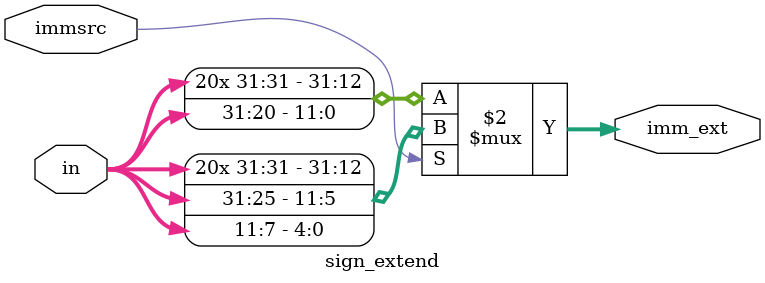
<source format=v>
module sign_extend(in,imm_ext,immsrc);

input [31:0] in;
input immsrc;
output [31:0] imm_ext;


assign imm_ext=(immsrc==1'b1)?({{20{in[31]}},in[31:25],in[11:7]}):
                              ({{20{in[31]}},in[31:20]});

endmodule






</source>
